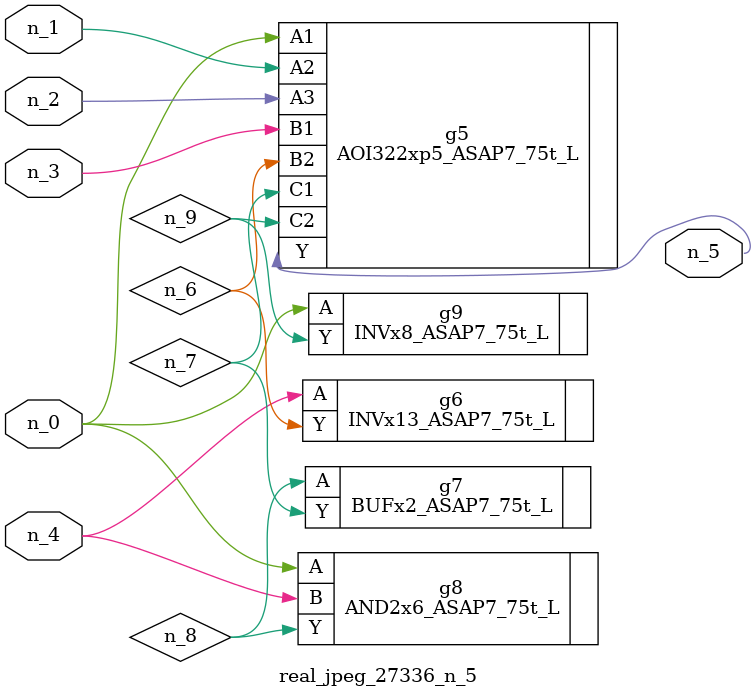
<source format=v>
module real_jpeg_27336_n_5 (n_4, n_0, n_1, n_2, n_3, n_5);

input n_4;
input n_0;
input n_1;
input n_2;
input n_3;

output n_5;

wire n_8;
wire n_6;
wire n_7;
wire n_9;

AOI322xp5_ASAP7_75t_L g5 ( 
.A1(n_0),
.A2(n_1),
.A3(n_2),
.B1(n_3),
.B2(n_6),
.C1(n_7),
.C2(n_9),
.Y(n_5)
);

AND2x6_ASAP7_75t_L g8 ( 
.A(n_0),
.B(n_4),
.Y(n_8)
);

INVx8_ASAP7_75t_L g9 ( 
.A(n_0),
.Y(n_9)
);

INVx13_ASAP7_75t_L g6 ( 
.A(n_4),
.Y(n_6)
);

BUFx2_ASAP7_75t_L g7 ( 
.A(n_8),
.Y(n_7)
);


endmodule
</source>
